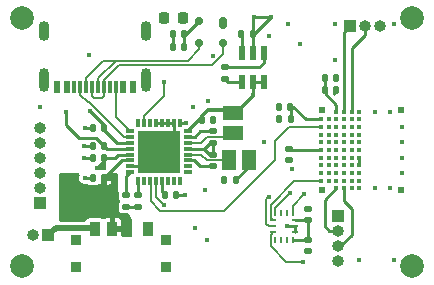
<source format=gbr>
%TF.GenerationSoftware,KiCad,Pcbnew,8.0.2-1*%
%TF.CreationDate,2024-05-30T11:00:14+09:00*%
%TF.ProjectId,eeg,6565672e-6b69-4636-9164-5f7063625858,rev?*%
%TF.SameCoordinates,Original*%
%TF.FileFunction,Copper,L6,Bot*%
%TF.FilePolarity,Positive*%
%FSLAX46Y46*%
G04 Gerber Fmt 4.6, Leading zero omitted, Abs format (unit mm)*
G04 Created by KiCad (PCBNEW 8.0.2-1) date 2024-05-30 11:00:14*
%MOMM*%
%LPD*%
G01*
G04 APERTURE LIST*
G04 Aperture macros list*
%AMRoundRect*
0 Rectangle with rounded corners*
0 $1 Rounding radius*
0 $2 $3 $4 $5 $6 $7 $8 $9 X,Y pos of 4 corners*
0 Add a 4 corners polygon primitive as box body*
4,1,4,$2,$3,$4,$5,$6,$7,$8,$9,$2,$3,0*
0 Add four circle primitives for the rounded corners*
1,1,$1+$1,$2,$3*
1,1,$1+$1,$4,$5*
1,1,$1+$1,$6,$7*
1,1,$1+$1,$8,$9*
0 Add four rect primitives between the rounded corners*
20,1,$1+$1,$2,$3,$4,$5,0*
20,1,$1+$1,$4,$5,$6,$7,0*
20,1,$1+$1,$6,$7,$8,$9,0*
20,1,$1+$1,$8,$9,$2,$3,0*%
G04 Aperture macros list end*
%TA.AperFunction,ComponentPad*%
%ADD10R,1.000000X1.000000*%
%TD*%
%TA.AperFunction,ComponentPad*%
%ADD11O,1.000000X1.000000*%
%TD*%
%TA.AperFunction,WasherPad*%
%ADD12C,2.000000*%
%TD*%
%TA.AperFunction,SMDPad,CuDef*%
%ADD13R,0.889000X1.244600*%
%TD*%
%TA.AperFunction,SMDPad,CuDef*%
%ADD14R,0.812800X0.939800*%
%TD*%
%TA.AperFunction,SMDPad,CuDef*%
%ADD15R,0.600000X0.600000*%
%TD*%
%TA.AperFunction,SMDPad,CuDef*%
%ADD16R,0.400000X0.400000*%
%TD*%
%TA.AperFunction,SMDPad,CuDef*%
%ADD17R,0.800000X0.300000*%
%TD*%
%TA.AperFunction,SMDPad,CuDef*%
%ADD18R,0.300000X0.800000*%
%TD*%
%TA.AperFunction,SMDPad,CuDef*%
%ADD19R,3.600000X3.600000*%
%TD*%
%TA.AperFunction,SMDPad,CuDef*%
%ADD20RoundRect,0.140000X-0.170000X0.140000X-0.170000X-0.140000X0.170000X-0.140000X0.170000X0.140000X0*%
%TD*%
%TA.AperFunction,SMDPad,CuDef*%
%ADD21RoundRect,0.140000X-0.140000X-0.170000X0.140000X-0.170000X0.140000X0.170000X-0.140000X0.170000X0*%
%TD*%
%TA.AperFunction,SMDPad,CuDef*%
%ADD22RoundRect,0.140000X0.140000X0.170000X-0.140000X0.170000X-0.140000X-0.170000X0.140000X-0.170000X0*%
%TD*%
%TA.AperFunction,SMDPad,CuDef*%
%ADD23RoundRect,0.140000X0.170000X-0.140000X0.170000X0.140000X-0.170000X0.140000X-0.170000X-0.140000X0*%
%TD*%
%TA.AperFunction,SMDPad,CuDef*%
%ADD24RoundRect,0.175000X0.175000X0.325000X-0.175000X0.325000X-0.175000X-0.325000X0.175000X-0.325000X0*%
%TD*%
%TA.AperFunction,SMDPad,CuDef*%
%ADD25RoundRect,0.150000X0.200000X0.150000X-0.200000X0.150000X-0.200000X-0.150000X0.200000X-0.150000X0*%
%TD*%
%TA.AperFunction,SMDPad,CuDef*%
%ADD26R,0.250000X0.475000*%
%TD*%
%TA.AperFunction,SMDPad,CuDef*%
%ADD27R,0.475000X0.250000*%
%TD*%
%TA.AperFunction,SMDPad,CuDef*%
%ADD28RoundRect,0.135000X-0.135000X-0.185000X0.135000X-0.185000X0.135000X0.185000X-0.135000X0.185000X0*%
%TD*%
%TA.AperFunction,SMDPad,CuDef*%
%ADD29RoundRect,0.218750X-0.218750X-0.256250X0.218750X-0.256250X0.218750X0.256250X-0.218750X0.256250X0*%
%TD*%
%TA.AperFunction,SMDPad,CuDef*%
%ADD30RoundRect,0.135000X0.185000X-0.135000X0.185000X0.135000X-0.185000X0.135000X-0.185000X-0.135000X0*%
%TD*%
%TA.AperFunction,SMDPad,CuDef*%
%ADD31R,1.200000X1.800000*%
%TD*%
%TA.AperFunction,SMDPad,CuDef*%
%ADD32R,0.600000X1.200000*%
%TD*%
%TA.AperFunction,SMDPad,CuDef*%
%ADD33R,1.800000X1.200000*%
%TD*%
%TA.AperFunction,SMDPad,CuDef*%
%ADD34R,0.600000X1.140000*%
%TD*%
%TA.AperFunction,SMDPad,CuDef*%
%ADD35R,0.300000X1.140000*%
%TD*%
%TA.AperFunction,ComponentPad*%
%ADD36O,0.900000X2.000000*%
%TD*%
%TA.AperFunction,ComponentPad*%
%ADD37O,0.900000X1.700000*%
%TD*%
%TA.AperFunction,ViaPad*%
%ADD38C,0.400000*%
%TD*%
%TA.AperFunction,ViaPad*%
%ADD39C,0.450000*%
%TD*%
%TA.AperFunction,Conductor*%
%ADD40C,0.250000*%
%TD*%
%TA.AperFunction,Conductor*%
%ADD41C,0.300000*%
%TD*%
%TA.AperFunction,Conductor*%
%ADD42C,0.150000*%
%TD*%
%TA.AperFunction,Conductor*%
%ADD43C,0.500000*%
%TD*%
G04 APERTURE END LIST*
D10*
%TO.P,J2,1,Pin_1*%
%TO.N,/DVDD*%
X160220000Y-106230000D03*
D11*
%TO.P,J2,2,Pin_2*%
%TO.N,/SWDIO*%
X160220000Y-107500000D03*
%TO.P,J2,3,Pin_3*%
%TO.N,/SWDCLK*%
X160220000Y-108770000D03*
%TO.P,J2,4,Pin_4*%
%TO.N,GND*%
X160220000Y-110040000D03*
%TD*%
D12*
%TO.P,EEG_Board1,*%
%TO.N,*%
X133500000Y-89500000D03*
X133500000Y-110500000D03*
X166500000Y-89500000D03*
X166500000Y-110500000D03*
%TD*%
D10*
%TO.P,J1,1,Pin_1*%
%TO.N,/UART_RX*%
X161265000Y-90160000D03*
D11*
%TO.P,J1,2,Pin_2*%
%TO.N,/UART_TX*%
X162535000Y-90160000D03*
%TO.P,J1,3,Pin_3*%
%TO.N,GND*%
X163805000Y-90160000D03*
%TD*%
D10*
%TO.P,J4,1,Pin_1*%
%TO.N,/ads1299/1P*%
X135000000Y-105175000D03*
D11*
%TO.P,J4,2,Pin_2*%
%TO.N,/ads1299/2P*%
X135000000Y-103905000D03*
%TO.P,J4,3,Pin_3*%
%TO.N,/ads1299/3P*%
X135000000Y-102635000D03*
%TO.P,J4,4,Pin_4*%
%TO.N,/ads1299/4P*%
X135000000Y-101365000D03*
%TO.P,J4,5,Pin_5*%
%TO.N,/ads1299/REF*%
X135000000Y-100095000D03*
%TO.P,J4,6,Pin_6*%
%TO.N,/ads1299/BIAS*%
X135000000Y-98825000D03*
%TD*%
D13*
%TO.P,SW1,1,A*%
%TO.N,unconnected-(SW1-A-Pad1)*%
X144146500Y-107324820D03*
%TO.P,SW1,2,B*%
%TO.N,/power/VBAT*%
X141149300Y-107324820D03*
%TO.P,SW1,3,C*%
%TO.N,Net-(BT1-+)*%
X139650700Y-107324820D03*
D14*
%TO.P,SW1,6*%
%TO.N,N/C*%
X145698440Y-108269700D03*
%TO.P,SW1,7*%
X138098760Y-108269700D03*
%TO.P,SW1,8*%
X145698440Y-110530300D03*
%TO.P,SW1,9*%
X138098760Y-110530300D03*
%TD*%
D15*
%TO.P,U1,A1,VSS*%
%TO.N,GND*%
X158890000Y-97300000D03*
D16*
%TO.P,U1,A2,VBUS*%
%TO.N,/nrf5340/VBUS_nrf*%
X158790000Y-98050000D03*
%TO.P,U1,A3,P1.03/I2C*%
%TO.N,/nrf5340/SCL*%
X158790000Y-98700000D03*
%TO.P,U1,A4,D+*%
%TO.N,/USB-C/DP1*%
X158790000Y-99350000D03*
%TO.P,U1,A5,D-*%
%TO.N,/USB-C/DN1*%
X158790000Y-100000000D03*
%TO.P,U1,A6,VDDH*%
%TO.N,/DVDD*%
X158790000Y-100649997D03*
%TO.P,U1,A7,DCCH*%
%TO.N,unconnected-(U1-DCCH-PadA7)*%
X158790000Y-101300000D03*
%TO.P,U1,A8,P0.02/NFC1*%
%TO.N,unconnected-(U1-P0.02{slash}NFC1-PadA8)*%
X158790000Y-101950000D03*
%TO.P,U1,A9,P0.03/NFC2*%
%TO.N,unconnected-(U1-P0.03{slash}NFC2-PadA9)*%
X158790000Y-102600000D03*
%TO.P,U1,A10,P0.10/TD1*%
%TO.N,/ads1299/MOSI*%
X158790000Y-103250000D03*
D15*
%TO.P,U1,A11,VSS*%
%TO.N,GND*%
X158890000Y-104000000D03*
D16*
%TO.P,U1,B2,P1.15*%
%TO.N,unconnected-(U1-P1.15-PadB2)*%
X159440000Y-98050000D03*
%TO.P,U1,B3,P0.06/AIN2*%
%TO.N,unconnected-(U1-P0.06{slash}AIN2-PadB3)*%
X159440000Y-98700000D03*
%TO.P,U1,B4,P0.04/AIN0*%
%TO.N,unconnected-(U1-P0.04{slash}AIN0-PadB4)*%
X159440000Y-99350000D03*
%TO.P,U1,B5,P1.01*%
%TO.N,unconnected-(U1-P1.01-PadB5)*%
X159440000Y-100000000D03*
%TO.P,U1,B6,P0.07/AIN3*%
%TO.N,unconnected-(U1-P0.07{slash}AIN3-PadB6)*%
X159440000Y-100650000D03*
%TO.P,U1,B7,P1.00*%
%TO.N,unconnected-(U1-P1.00-PadB7)*%
X159440000Y-101300000D03*
%TO.P,U1,B8,P0.05/AIN1*%
%TO.N,unconnected-(U1-P0.05{slash}AIN1-PadB8)*%
X159440000Y-101950000D03*
%TO.P,U1,B9,P0.08/TD3*%
%TO.N,/ads1299/START*%
X159440000Y-102600000D03*
%TO.P,U1,B10,P1.02/I2C*%
%TO.N,/nrf5340/SDA*%
X159440000Y-103250000D03*
%TO.P,U1,C1,VDD*%
%TO.N,/DVDD*%
X160090000Y-97400000D03*
%TO.P,U1,C2,P0.13/QSPI0*%
%TO.N,/ads1299/MISO*%
X160090000Y-98050000D03*
%TO.P,U1,C3,P0.19*%
%TO.N,unconnected-(U1-P0.19-PadC3)*%
X160090000Y-98700000D03*
%TO.P,U1,C4,P0.15/QSPI2*%
%TO.N,unconnected-(U1-P0.15{slash}QSPI2-PadC4)*%
X160090000Y-99350000D03*
%TO.P,U1,C5,P0.14/QSPI1*%
%TO.N,/ads1299/SCK*%
X160090000Y-100000000D03*
%TO.P,U1,C6,P0.16*%
%TO.N,unconnected-(U1-P0.16-PadC6)*%
X160090000Y-100650000D03*
%TO.P,U1,C7,P0.09/TD2*%
%TO.N,unconnected-(U1-P0.09{slash}TD2-PadC7)*%
X160090000Y-101300000D03*
%TO.P,U1,C8,P0.11/TDO*%
%TO.N,unconnected-(U1-P0.11{slash}TDO-PadC8)*%
X160090000Y-101950000D03*
%TO.P,U1,C9,P0.17/QSPI_CLK*%
%TO.N,unconnected-(U1-P0.17{slash}QSPI_CLK-PadC9)*%
X160090000Y-102600000D03*
%TO.P,U1,C10,P1.05*%
%TO.N,unconnected-(U1-P1.05-PadC10)*%
X160090000Y-103250000D03*
%TO.P,U1,C11,SWDIO*%
%TO.N,/SWDIO*%
X160090000Y-103900000D03*
%TO.P,U1,D1,P1.13*%
%TO.N,/UART_RX*%
X160740000Y-97400000D03*
%TO.P,U1,D2,P0.12/TC*%
%TO.N,unconnected-(U1-P0.12{slash}TC-PadD2)*%
X160740000Y-98050000D03*
%TO.P,U1,D3,P0.21*%
%TO.N,unconnected-(U1-P0.21-PadD3)*%
X160740000Y-98700000D03*
%TO.P,U1,D4,P0.18/QSPI_CS*%
%TO.N,/nrf5340/BMI270_CS*%
X160740000Y-99350000D03*
%TO.P,U1,D5,P0.22*%
%TO.N,unconnected-(U1-P0.22-PadD5)*%
X160740000Y-100000000D03*
%TO.P,U1,D6,P0.20*%
%TO.N,unconnected-(U1-P0.20-PadD6)*%
X160740000Y-100650000D03*
%TO.P,U1,D7,P1.08*%
%TO.N,/ads1299/~{ADS1299_CS}*%
X160740000Y-101300000D03*
%TO.P,U1,D8,P1.09*%
%TO.N,unconnected-(U1-P1.09-PadD8)*%
X160740000Y-101950000D03*
%TO.P,U1,D9,P1.04*%
%TO.N,unconnected-(U1-P1.04-PadD9)*%
X160740000Y-102600000D03*
%TO.P,U1,D10,P0.24*%
%TO.N,unconnected-(U1-P0.24-PadD10)*%
X160740000Y-103250000D03*
%TO.P,U1,D11,SWDCLK*%
%TO.N,/SWDCLK*%
X160740000Y-103900000D03*
%TO.P,U1,E1,P1.14*%
%TO.N,/UART_TX*%
X161390000Y-97400000D03*
%TO.P,U1,E2,P0.30*%
%TO.N,unconnected-(U1-P0.30-PadE2)*%
X161390000Y-98050000D03*
%TO.P,U1,E3,P0.31*%
%TO.N,/ads1299/~{DRDY}*%
X161390000Y-98700000D03*
%TO.P,U1,E4,P1.12*%
%TO.N,unconnected-(U1-P1.12-PadE4)*%
X161390000Y-99350000D03*
%TO.P,U1,E5,P1.11*%
%TO.N,unconnected-(U1-P1.11-PadE5)*%
X161390000Y-100000000D03*
%TO.P,U1,E6,P0.28/AIN7*%
%TO.N,unconnected-(U1-P0.28{slash}AIN7-PadE6)*%
X161390000Y-100650000D03*
%TO.P,U1,E7,VSS*%
%TO.N,GND*%
X161390000Y-101300000D03*
%TO.P,U1,E8,P0.29*%
%TO.N,unconnected-(U1-P0.29-PadE8)*%
X161390000Y-101950000D03*
%TO.P,U1,E9,P0.27/AIN6*%
%TO.N,unconnected-(U1-P0.27{slash}AIN6-PadE9)*%
X161390000Y-102600000D03*
%TO.P,U1,E10,P0.26/AIN5*%
%TO.N,unconnected-(U1-P0.26{slash}AIN5-PadE10)*%
X161390000Y-103250000D03*
%TO.P,U1,E11,~{RST}*%
%TO.N,unconnected-(U1-~{RST}-PadE11)*%
X161390000Y-103900000D03*
%TO.P,U1,F1,VSS*%
%TO.N,GND*%
X162040000Y-97400000D03*
%TO.P,U1,F2,P1.06*%
%TO.N,unconnected-(U1-P1.06-PadF2)*%
X162040000Y-98050000D03*
%TO.P,U1,F3,P0.23*%
%TO.N,/BMI270_INT1*%
X162040000Y-98700000D03*
%TO.P,U1,F4,P1.07*%
%TO.N,unconnected-(U1-P1.07-PadF4)*%
X162040000Y-99350000D03*
%TO.P,U1,F5,P1.10*%
%TO.N,unconnected-(U1-P1.10-PadF5)*%
X162040000Y-100000000D03*
%TO.P,U1,F6,VSS*%
%TO.N,GND*%
X162040000Y-100650000D03*
%TO.P,U1,F7,OUT_ANT*%
%TO.N,/nrf5340/ANT*%
X162040000Y-101300000D03*
%TO.P,U1,F8,OUT_MOD*%
X162040000Y-101950000D03*
%TO.P,U1,F9,VSS*%
%TO.N,GND*%
X162040000Y-102600000D03*
%TO.P,U1,F10,P0.25/AIN4*%
%TO.N,unconnected-(U1-P0.25{slash}AIN4-PadF10)*%
X162040000Y-103250000D03*
%TO.P,U1,F11,VSS*%
%TO.N,GND*%
X162040000Y-103900000D03*
%TO.P,U1,H1,NC*%
%TO.N,unconnected-(U1-NC-PadH1)*%
X163340000Y-97400000D03*
%TO.P,U1,H11,NC*%
%TO.N,unconnected-(U1-NC-PadH11)*%
X163340000Y-103900000D03*
%TO.P,U1,K1,NC*%
%TO.N,unconnected-(U1-NC-PadK1)*%
X164640000Y-97400000D03*
%TO.P,U1,K11,NC*%
%TO.N,unconnected-(U1-NC-PadK11)*%
X164640000Y-103900000D03*
D15*
%TO.P,U1,L1,NC*%
%TO.N,unconnected-(U1-NC-PadL1)*%
X165590000Y-97300000D03*
D16*
%TO.P,U1,L3,NC*%
%TO.N,unconnected-(U1-NC-PadL3)*%
X165690000Y-98700000D03*
%TO.P,U1,L5,NC*%
%TO.N,unconnected-(U1-NC-PadL5)*%
X165690000Y-100000000D03*
%TO.P,U1,L7,NC*%
%TO.N,unconnected-(U1-NC-PadL7)*%
X165690000Y-101300000D03*
%TO.P,U1,L9,NC*%
%TO.N,unconnected-(U1-NC-PadL9)*%
X165690000Y-102600000D03*
D15*
%TO.P,U1,L11,NC*%
%TO.N,unconnected-(U1-NC-PadL11)*%
X165590000Y-104000000D03*
%TD*%
D17*
%TO.P,IC1,1,VOUT1*%
%TO.N,/AVDD*%
X147530000Y-99030000D03*
%TO.P,IC1,2,PVSS1*%
%TO.N,GND*%
X147530000Y-99530000D03*
%TO.P,IC1,3,SW1*%
%TO.N,/power/SW1*%
X147530000Y-100030000D03*
%TO.P,IC1,4,PVDD*%
%TO.N,/power/PVDD*%
X147530000Y-100530000D03*
%TO.P,IC1,5,SW2*%
%TO.N,/power/SW2*%
X147530000Y-101030000D03*
%TO.P,IC1,6,PVSS2*%
%TO.N,GND*%
X147530000Y-101530000D03*
%TO.P,IC1,7,GPIO0*%
%TO.N,unconnected-(IC1-GPIO0-Pad7)*%
X147530000Y-102030000D03*
%TO.P,IC1,8,GPIO1*%
%TO.N,unconnected-(IC1-GPIO1-Pad8)*%
X147530000Y-102530000D03*
D18*
%TO.P,IC1,9,GPIO2*%
%TO.N,unconnected-(IC1-GPIO2-Pad9)*%
X146830000Y-103230000D03*
%TO.P,IC1,10,GPIO3*%
%TO.N,unconnected-(IC1-GPIO3-Pad10)*%
X146330000Y-103230000D03*
%TO.P,IC1,11,GPIO4*%
%TO.N,unconnected-(IC1-GPIO4-Pad11)*%
X145830000Y-103230000D03*
%TO.P,IC1,12,VDDIO*%
%TO.N,/DVDD*%
X145330000Y-103230000D03*
%TO.P,IC1,13,SDA*%
%TO.N,/nrf5340/SDA*%
X144830000Y-103230000D03*
%TO.P,IC1,14,SCL*%
%TO.N,/nrf5340/SCL*%
X144330000Y-103230000D03*
%TO.P,IC1,15,SHPHLD*%
%TO.N,unconnected-(IC1-SHPHLD-Pad15)*%
X143830000Y-103230000D03*
%TO.P,IC1,16,VSET2*%
%TO.N,Net-(IC1-VSET2)*%
X143330000Y-103230000D03*
D17*
%TO.P,IC1,17,VSET1*%
%TO.N,Net-(IC1-VSET1)*%
X142630000Y-102530000D03*
%TO.P,IC1,18,NTC*%
%TO.N,GND*%
X142630000Y-102030000D03*
%TO.P,IC1,19,VBAT*%
%TO.N,/power/VBAT*%
X142630000Y-101530000D03*
%TO.P,IC1,20,VSYS*%
%TO.N,/power/PVDD*%
X142630000Y-101030000D03*
%TO.P,IC1,21,VBUS*%
%TO.N,/USB-C/VBUS_IN*%
X142630000Y-100530000D03*
%TO.P,IC1,22,VBUSOUT*%
%TO.N,/nrf5340/VBUS_OUT*%
X142630000Y-100030000D03*
%TO.P,IC1,23,CC1*%
%TO.N,/USB-C/CC1*%
X142630000Y-99530000D03*
%TO.P,IC1,24,CC2*%
%TO.N,/USB-C/CC2*%
X142630000Y-99030000D03*
D18*
%TO.P,IC1,25,LED0*%
%TO.N,unconnected-(IC1-LED0-Pad25)*%
X143330000Y-98330000D03*
%TO.P,IC1,26,LED1*%
%TO.N,/power/CHG*%
X143830000Y-98330000D03*
%TO.P,IC1,27,LED2*%
%TO.N,unconnected-(IC1-LED2-Pad27)*%
X144330000Y-98330000D03*
%TO.P,IC1,28,LSIN1/VINLDO1*%
%TO.N,GND*%
X144830000Y-98330000D03*
%TO.P,IC1,29,LSOUT1/VOUTLDO1*%
X145330000Y-98330000D03*
%TO.P,IC1,30,LSIN2/VINLDO2*%
X145830000Y-98330000D03*
%TO.P,IC1,31,LSOUT2/VOUTLDO2*%
X146330000Y-98330000D03*
%TO.P,IC1,32,VOUT2*%
%TO.N,/DVDD*%
X146830000Y-98330000D03*
D19*
%TO.P,IC1,33,PAD*%
%TO.N,GND*%
X145080000Y-100780000D03*
%TD*%
D20*
%TO.P,C2,1*%
%TO.N,/DVDD*%
X156100000Y-100520000D03*
%TO.P,C2,2*%
%TO.N,GND*%
X156100000Y-101480000D03*
%TD*%
D21*
%TO.P,C14,1*%
%TO.N,GND*%
X146240000Y-91920000D03*
%TO.P,C14,2*%
%TO.N,/USB-C/VBUS_IN*%
X147200000Y-91920000D03*
%TD*%
%TO.P,C19,1*%
%TO.N,GND*%
X152065000Y-90840000D03*
%TO.P,C19,2*%
%TO.N,VSSA*%
X153025000Y-90840000D03*
%TD*%
D22*
%TO.P,C8,1*%
%TO.N,/USB-C/VBUS_IN*%
X140440000Y-100300000D03*
%TO.P,C8,2*%
%TO.N,GND*%
X139480000Y-100300000D03*
%TD*%
D21*
%TO.P,C7,1*%
%TO.N,/DVDD*%
X145600000Y-104440000D03*
%TO.P,C7,2*%
%TO.N,GND*%
X146560000Y-104440000D03*
%TD*%
D23*
%TO.P,C17,1*%
%TO.N,GND*%
X149620000Y-102000000D03*
%TO.P,C17,2*%
%TO.N,/power/PVDD*%
X149620000Y-101040000D03*
%TD*%
D24*
%TO.P,D2,1,GND*%
%TO.N,GND*%
X150500000Y-89900000D03*
D25*
%TO.P,D2,2,I/O1*%
%TO.N,/USB-C/DP1*%
X150500000Y-91600000D03*
%TO.P,D2,3,I/O2*%
%TO.N,/USB-C/DN1*%
X148500000Y-91600000D03*
%TO.P,D2,4,VCC*%
%TO.N,/USB-C/VBUS_IN*%
X148500000Y-89700000D03*
%TD*%
D26*
%TO.P,U2,1,SDO*%
%TO.N,/ads1299/MISO*%
X154937500Y-105937500D03*
%TO.P,U2,2,ASDX*%
%TO.N,unconnected-(U2-ASDX-Pad2)*%
X155437500Y-105937500D03*
%TO.P,U2,3,ASCX*%
%TO.N,unconnected-(U2-ASCX-Pad3)*%
X155937500Y-105937500D03*
%TO.P,U2,4,INT1*%
%TO.N,/BMI270_INT1*%
X156437500Y-105937500D03*
D27*
%TO.P,U2,5,VDDIO*%
%TO.N,/DVDD*%
X156600000Y-106600000D03*
%TO.P,U2,6,GNDIO*%
%TO.N,GND*%
X156600000Y-107100000D03*
%TO.P,U2,7,GND*%
X156600000Y-107600000D03*
D26*
%TO.P,U2,8,VDD*%
%TO.N,/DVDD*%
X156437500Y-108262500D03*
%TO.P,U2,9,INT2*%
%TO.N,unconnected-(U2-INT2-Pad9)*%
X155937500Y-108262500D03*
%TO.P,U2,10,OSCB*%
%TO.N,unconnected-(U2-OSCB-Pad10)*%
X155437500Y-108262500D03*
%TO.P,U2,11,OSDO*%
%TO.N,unconnected-(U2-OSDO-Pad11)*%
X154937500Y-108262500D03*
D27*
%TO.P,U2,12,CSB*%
%TO.N,/nrf5340/BMI270_CS*%
X154775000Y-107600000D03*
%TO.P,U2,13,SCX*%
%TO.N,/ads1299/SCK*%
X154775000Y-107100000D03*
%TO.P,U2,14,SDX*%
%TO.N,/ads1299/MOSI*%
X154775000Y-106600000D03*
%TD*%
D28*
%TO.P,R1,1*%
%TO.N,/nrf5340/VBUS_OUT*%
X155220000Y-98050000D03*
%TO.P,R1,2*%
%TO.N,/nrf5340/VBUS_nrf*%
X156240000Y-98050000D03*
%TD*%
D29*
%TO.P,D1,1,K*%
%TO.N,/power/CHG*%
X145525000Y-89500000D03*
%TO.P,D1,2,A*%
%TO.N,/power/PVDD*%
X147100000Y-89500000D03*
%TD*%
D21*
%TO.P,C5,1*%
%TO.N,/DVDD*%
X159100000Y-94530000D03*
%TO.P,C5,2*%
%TO.N,GND*%
X160060000Y-94530000D03*
%TD*%
D22*
%TO.P,C11,1*%
%TO.N,GND*%
X149650000Y-98070000D03*
%TO.P,C11,2*%
%TO.N,/AVDD*%
X148690000Y-98070000D03*
%TD*%
%TO.P,C10,1*%
%TO.N,/nrf5340/VBUS_OUT*%
X140439996Y-98790000D03*
%TO.P,C10,2*%
%TO.N,GND*%
X139479996Y-98790000D03*
%TD*%
D21*
%TO.P,C16,1*%
%TO.N,GND*%
X146240000Y-90820000D03*
%TO.P,C16,2*%
%TO.N,/USB-C/VBUS_IN*%
X147200000Y-90820000D03*
%TD*%
D20*
%TO.P,C4,1*%
%TO.N,/DVDD*%
X157737500Y-108262500D03*
%TO.P,C4,2*%
%TO.N,GND*%
X157737500Y-109222500D03*
%TD*%
D30*
%TO.P,R2,1*%
%TO.N,GND*%
X142280000Y-105440000D03*
%TO.P,R2,2*%
%TO.N,Net-(IC1-VSET1)*%
X142280000Y-104420000D03*
%TD*%
D20*
%TO.P,C15,1*%
%TO.N,GND*%
X149620000Y-99060000D03*
%TO.P,C15,2*%
%TO.N,/power/PVDD*%
X149620000Y-100020000D03*
%TD*%
D31*
%TO.P,L2,1*%
%TO.N,/power/SW2*%
X151040000Y-101520000D03*
%TO.P,L2,2*%
%TO.N,/DVDD*%
X152740000Y-101520000D03*
%TD*%
D21*
%TO.P,C18,1*%
%TO.N,GND*%
X139480000Y-101350000D03*
%TO.P,C18,2*%
%TO.N,/power/PVDD*%
X140440000Y-101350000D03*
%TD*%
D10*
%TO.P,BT1,1,+*%
%TO.N,Net-(BT1-+)*%
X135720000Y-107870000D03*
D11*
%TO.P,BT1,2,-*%
%TO.N,GND*%
X134450000Y-107870000D03*
%TD*%
D32*
%TO.P,IC2,1,GND*%
%TO.N,GND*%
X152075000Y-92400000D03*
%TO.P,IC2,2,OUT*%
%TO.N,VSSA*%
X153025000Y-92400000D03*
%TO.P,IC2,3,CAP-*%
%TO.N,Net-(IC2-CAP-)*%
X153975000Y-92400000D03*
%TO.P,IC2,4,SD*%
%TO.N,/AVDD*%
X153975000Y-94900000D03*
%TO.P,IC2,5,V+*%
X153025000Y-94900000D03*
%TO.P,IC2,6,CAP+*%
%TO.N,Net-(IC2-CAP+)*%
X152075000Y-94900000D03*
%TD*%
D33*
%TO.P,L1,1*%
%TO.N,/power/SW1*%
X151340000Y-99240000D03*
%TO.P,L1,2*%
%TO.N,/AVDD*%
X151340000Y-97540000D03*
%TD*%
D30*
%TO.P,R3,1*%
%TO.N,GND*%
X143330000Y-105440000D03*
%TO.P,R3,2*%
%TO.N,Net-(IC1-VSET2)*%
X143330000Y-104420000D03*
%TD*%
D34*
%TO.P,J3,A1_B12,GND*%
%TO.N,GND*%
X136475000Y-95330000D03*
%TO.P,J3,A4_B9,VBUS*%
%TO.N,/USB-C/VBUS_IN*%
X137275000Y-95330000D03*
D35*
%TO.P,J3,A5,CC1*%
%TO.N,/USB-C/CC1*%
X138425000Y-95330000D03*
%TO.P,J3,A6,DP1*%
%TO.N,/USB-C/DP1*%
X139425000Y-95330000D03*
%TO.P,J3,A7,DN1*%
%TO.N,/USB-C/DN1*%
X139925000Y-95330000D03*
%TO.P,J3,A8,SBU1*%
%TO.N,unconnected-(J3-SBU1-PadA8)*%
X140925000Y-95330000D03*
D34*
%TO.P,J3,B1_A12,GND*%
%TO.N,GND*%
X142875000Y-95330000D03*
%TO.P,J3,B4_A9,VBUS*%
%TO.N,/USB-C/VBUS_IN*%
X142075000Y-95330000D03*
D35*
%TO.P,J3,B5,CC2*%
%TO.N,/USB-C/CC2*%
X141425000Y-95330000D03*
%TO.P,J3,B6,DP2*%
%TO.N,/USB-C/DP1*%
X140425000Y-95330000D03*
%TO.P,J3,B7,DN2*%
%TO.N,/USB-C/DN1*%
X138925000Y-95330000D03*
%TO.P,J3,B8,SBU2*%
%TO.N,unconnected-(J3-SBU2-PadB8)*%
X137925000Y-95330000D03*
D36*
%TO.P,J3,S1,SHIELD*%
%TO.N,unconnected-(J3-SHIELD-PadS1)_0*%
X135350000Y-94750000D03*
%TO.P,J3,S2,SHIELD*%
%TO.N,unconnected-(J3-SHIELD-PadS1)_2*%
X144000000Y-94750000D03*
D37*
%TO.P,J3,S3,SHIELD*%
%TO.N,unconnected-(J3-SHIELD-PadS1)*%
X135350000Y-90580000D03*
%TO.P,J3,S4,SHIELD*%
%TO.N,unconnected-(J3-SHIELD-PadS1)_1*%
X144000000Y-90580000D03*
%TD*%
D23*
%TO.P,C13,1*%
%TO.N,Net-(IC2-CAP+)*%
X150635000Y-94610000D03*
%TO.P,C13,2*%
%TO.N,Net-(IC2-CAP-)*%
X150635000Y-93650000D03*
%TD*%
D22*
%TO.P,C3,1*%
%TO.N,/nrf5340/VBUS_nrf*%
X156210000Y-96990000D03*
%TO.P,C3,2*%
%TO.N,GND*%
X155250000Y-96990000D03*
%TD*%
%TO.P,C1,1*%
%TO.N,GND*%
X160060000Y-95570000D03*
%TO.P,C1,2*%
%TO.N,/DVDD*%
X159100000Y-95570000D03*
%TD*%
D23*
%TO.P,C6,1*%
%TO.N,/DVDD*%
X157737500Y-106602500D03*
%TO.P,C6,2*%
%TO.N,GND*%
X157737500Y-105642500D03*
%TD*%
D21*
%TO.P,C12,1*%
%TO.N,GND*%
X150620000Y-103200000D03*
%TO.P,C12,2*%
%TO.N,/DVDD*%
X151580000Y-103200000D03*
%TD*%
%TO.P,C9,1*%
%TO.N,GND*%
X139500000Y-103020000D03*
%TO.P,C9,2*%
%TO.N,/power/VBAT*%
X140460000Y-103020000D03*
%TD*%
D38*
%TO.N,VSSA*%
X153100000Y-89400000D03*
X154600000Y-89400000D03*
X153031075Y-90834648D03*
%TO.N,/DVDD*%
X152740000Y-101520000D03*
X147379996Y-98330000D03*
X157050000Y-91670000D03*
X159100000Y-94530000D03*
X145600000Y-104440000D03*
X156100000Y-100520000D03*
X157737500Y-108262500D03*
X157737500Y-106602500D03*
X156320000Y-102250000D03*
%TO.N,/USB-C/VBUS_IN*%
X137250000Y-97440000D03*
X142075000Y-95330000D03*
X147200000Y-91920000D03*
X137275000Y-95330000D03*
%TO.N,/nrf5340/VBUS_OUT*%
X139285774Y-97345000D03*
X155220000Y-98050000D03*
%TO.N,/AVDD*%
X153030000Y-96020000D03*
X149150000Y-108280000D03*
D39*
X149620000Y-92670000D03*
D38*
X151340000Y-97540000D03*
X154420000Y-91000000D03*
X139190000Y-92610000D03*
X148120000Y-107260000D03*
%TO.N,/power/CHG*%
X145525000Y-89500000D03*
X145520000Y-94890000D03*
%TO.N,/nrf5340/SDA*%
X145500000Y-105300000D03*
X159440000Y-103250000D03*
%TO.N,/power/PVDD*%
X149610000Y-101040000D03*
X149620000Y-100020000D03*
X147100000Y-89500000D03*
X149220000Y-96500000D03*
X139800000Y-102190000D03*
X140430000Y-102190000D03*
%TO.N,GND*%
X148000000Y-97000000D03*
X160000000Y-90000000D03*
X135000000Y-97000000D03*
X156000000Y-90000000D03*
X154000000Y-100000000D03*
X160000000Y-93000000D03*
X165000000Y-90000000D03*
X149000000Y-104000000D03*
X162000000Y-110000000D03*
X165000000Y-110000000D03*
X155950000Y-107100000D03*
X138770000Y-100300000D03*
X147270000Y-104440000D03*
X149610000Y-102000000D03*
X149620000Y-99060000D03*
X157737500Y-105642500D03*
X138810000Y-103020000D03*
X162040000Y-97400000D03*
X145080000Y-100780000D03*
X146330000Y-99530000D03*
X162040000Y-103900000D03*
X136475000Y-95330000D03*
X161390000Y-101300000D03*
X158890000Y-97300000D03*
X146240000Y-91920000D03*
X150620000Y-103200000D03*
X157737500Y-109222500D03*
X143330000Y-105440000D03*
X143820000Y-99530000D03*
X149650000Y-98070000D03*
X143820000Y-100780000D03*
X143820000Y-102040000D03*
X142875000Y-95330000D03*
X156100000Y-101480000D03*
X146330000Y-102040000D03*
X158890000Y-104000000D03*
X152065000Y-90840000D03*
X150500000Y-89900000D03*
X145080000Y-102040000D03*
X162040000Y-102600000D03*
X145080000Y-99530000D03*
X138800000Y-98800000D03*
X138770000Y-101340000D03*
X160060000Y-95570000D03*
X162040000Y-100650000D03*
X155250000Y-96990000D03*
X160060000Y-94530000D03*
X146330000Y-100780000D03*
%TO.N,/nrf5340/BMI270_CS*%
X157300000Y-110100000D03*
X160740000Y-99350000D03*
%TO.N,/ads1299/SCK*%
X154405823Y-104600498D03*
X160090000Y-100000000D03*
%TO.N,/ads1299/MISO*%
X160090000Y-98060000D03*
X156147102Y-104324650D03*
%TO.N,/ads1299/~{DRDY}*%
X161390000Y-98700000D03*
%TO.N,/ads1299/MOSI*%
X158790000Y-103250000D03*
%TO.N,/ads1299/~{ADS1299_CS}*%
X160740000Y-101300000D03*
%TO.N,/ads1299/START*%
X159440000Y-102600000D03*
%TO.N,/USB-C/DP1*%
X150500000Y-91600000D03*
X158790000Y-99350000D03*
%TO.N,/USB-C/DN1*%
X158790000Y-100000000D03*
X148500000Y-91600000D03*
%TO.N,/BMI270_INT1*%
X162040000Y-98700000D03*
X157400000Y-104400000D03*
%TD*%
D40*
%TO.N,VSSA*%
X153031075Y-90834648D02*
X153165352Y-90834648D01*
X153031075Y-90834648D02*
X153031075Y-89468925D01*
X153025000Y-92400000D02*
X153025000Y-90840723D01*
X153165352Y-90834648D02*
X154600000Y-89400000D01*
X153031075Y-89468925D02*
X153100000Y-89400000D01*
X153100000Y-89400000D02*
X154600000Y-89400000D01*
X153025000Y-90840723D02*
X153031075Y-90834648D01*
%TO.N,Net-(IC2-CAP-)*%
X153975000Y-93250000D02*
X153575000Y-93650000D01*
X153575000Y-93650000D02*
X150635000Y-93650000D01*
X153975000Y-92400000D02*
X153975000Y-93250000D01*
%TO.N,Net-(IC2-CAP+)*%
X150925000Y-94900000D02*
X150635000Y-94610000D01*
X152075000Y-94900000D02*
X150925000Y-94900000D01*
%TO.N,/power/VBAT*%
X140460000Y-103000000D02*
X141930000Y-101530000D01*
X141930000Y-101530000D02*
X142630000Y-101530000D01*
X140460000Y-103020000D02*
X140460000Y-103000000D01*
%TO.N,/DVDD*%
X157737500Y-106602500D02*
X156602500Y-106602500D01*
X159100000Y-95570000D02*
X159100000Y-95830000D01*
X160090000Y-96820000D02*
X160090000Y-97230000D01*
X145330000Y-104170000D02*
X145330000Y-103230000D01*
X152740000Y-102040000D02*
X151580000Y-103200000D01*
X160090000Y-97230000D02*
X160090000Y-97400000D01*
X156602500Y-106602500D02*
X156600000Y-106600000D01*
X156100000Y-100520000D02*
X156229997Y-100649997D01*
X157737500Y-108262500D02*
X156437500Y-108262500D01*
X152740000Y-101520000D02*
X152740000Y-102040000D01*
X147379996Y-98330000D02*
X146830000Y-98330000D01*
X157737500Y-108262500D02*
X157737500Y-106602500D01*
X159100000Y-95830000D02*
X160090000Y-96820000D01*
X159100000Y-94530000D02*
X159100000Y-95570000D01*
X145600000Y-104440000D02*
X145330000Y-104170000D01*
X156229997Y-100649997D02*
X158790000Y-100649997D01*
%TO.N,/USB-C/VBUS_IN*%
X140440000Y-100288510D02*
X140440000Y-100300000D01*
X147380000Y-90820000D02*
X148500000Y-89700000D01*
X137250000Y-98550000D02*
X138300000Y-99600000D01*
X138300000Y-99600000D02*
X139751490Y-99600000D01*
X140670000Y-100530000D02*
X140440000Y-100300000D01*
X137250000Y-97440000D02*
X137250000Y-98550000D01*
X147200000Y-90820000D02*
X147380000Y-90820000D01*
X142630000Y-100530000D02*
X140670000Y-100530000D01*
X147200000Y-91920000D02*
X147200000Y-90820000D01*
X139751490Y-99600000D02*
X140440000Y-100288510D01*
%TO.N,/nrf5340/VBUS_OUT*%
X141519996Y-100030000D02*
X140439996Y-98950000D01*
X140439996Y-98950000D02*
X140439996Y-98790000D01*
X142630000Y-100030000D02*
X141519996Y-100030000D01*
X140439996Y-98790000D02*
X140439996Y-98499222D01*
X140439996Y-98499222D02*
X139285774Y-97345000D01*
%TO.N,/nrf5340/VBUS_nrf*%
X156240000Y-98050000D02*
X156240000Y-97020000D01*
X156240000Y-97020000D02*
X156210000Y-96990000D01*
X156210000Y-96990000D02*
X156440000Y-96990000D01*
X156440000Y-96990000D02*
X157500000Y-98050000D01*
X157500000Y-98050000D02*
X158790000Y-98050000D01*
%TO.N,/AVDD*%
X153025000Y-94900000D02*
X153975000Y-94900000D01*
X153030000Y-96020000D02*
X153030000Y-94905000D01*
D41*
X148690000Y-97760001D02*
X149220001Y-97230000D01*
D40*
X151340000Y-97540000D02*
X151510000Y-97540000D01*
D41*
X148690000Y-98070000D02*
X148690000Y-97760001D01*
D40*
X153030000Y-94905000D02*
X153025000Y-94900000D01*
D41*
X148690000Y-98070000D02*
X148490000Y-98070000D01*
X148490000Y-98070000D02*
X147530000Y-99030000D01*
X149220001Y-97230000D02*
X151030000Y-97230000D01*
X151030000Y-97230000D02*
X151340000Y-97540000D01*
D40*
X151510000Y-97540000D02*
X153030000Y-96020000D01*
D42*
%TO.N,/power/CHG*%
X145520000Y-94890000D02*
X145520000Y-96040000D01*
X145520000Y-96040000D02*
X143830000Y-97730000D01*
X143830000Y-97730000D02*
X143830000Y-98330000D01*
D40*
%TO.N,Net-(IC1-VSET1)*%
X142280000Y-104420000D02*
X142280000Y-102880000D01*
X142280000Y-102880000D02*
X142630000Y-102530000D01*
D42*
%TO.N,/nrf5340/SCL*%
X154900000Y-101500000D02*
X150625000Y-105775000D01*
X150625000Y-105775000D02*
X145175000Y-105775000D01*
X156100000Y-98700000D02*
X154900000Y-99900000D01*
X145175000Y-105775000D02*
X144405000Y-105005000D01*
X154900000Y-99900000D02*
X154900000Y-101500000D01*
X144405000Y-103305000D02*
X144330000Y-103230000D01*
X158790000Y-98700000D02*
X156100000Y-98700000D01*
X144405000Y-105005000D02*
X144405000Y-103305000D01*
%TO.N,/power/SW1*%
X149170000Y-99540000D02*
X151040000Y-99540000D01*
X151040000Y-99540000D02*
X151340000Y-99240000D01*
X147530000Y-100030000D02*
X148680000Y-100030000D01*
X148680000Y-100030000D02*
X149170000Y-99540000D01*
%TO.N,/nrf5340/SDA*%
X144830000Y-104630000D02*
X145500000Y-105300000D01*
X144830000Y-103230000D02*
X144830000Y-104630000D01*
D40*
%TO.N,/power/PVDD*%
X140440000Y-101350000D02*
X140440000Y-101550000D01*
X149620000Y-100020000D02*
X149620000Y-101030000D01*
X140440000Y-102180000D02*
X140430000Y-102190000D01*
X140440000Y-101350000D02*
X140440000Y-102180000D01*
X149610000Y-100030000D02*
X149620000Y-100020000D01*
X149440000Y-101040000D02*
X148930000Y-100530000D01*
X148930000Y-100530000D02*
X148925000Y-100535000D01*
X140440000Y-101550000D02*
X139800000Y-102190000D01*
X148672537Y-100535000D02*
X148667537Y-100530000D01*
X141320000Y-101350000D02*
X141640000Y-101030000D01*
X141640000Y-101030000D02*
X142630000Y-101030000D01*
X141320000Y-101350000D02*
X140440000Y-101350000D01*
X149440000Y-100020000D02*
X148930000Y-100530000D01*
X149620000Y-100020000D02*
X149440000Y-100020000D01*
X149620000Y-101030000D02*
X149610000Y-101040000D01*
X140430000Y-102190000D02*
X139800000Y-102190000D01*
X148925000Y-100535000D02*
X148672537Y-100535000D01*
X149610000Y-101040000D02*
X149440000Y-101040000D01*
X148667537Y-100530000D02*
X147530000Y-100530000D01*
%TO.N,/UART_TX*%
X162535000Y-90867106D02*
X161390000Y-92012106D01*
X161390000Y-92012106D02*
X161390000Y-97400000D01*
X162535000Y-90160000D02*
X162535000Y-90867106D01*
%TO.N,/nrf5340/ANT*%
X162040000Y-101950000D02*
X162040000Y-101300000D01*
%TO.N,GND*%
X139480000Y-100300000D02*
X138770000Y-100300000D01*
X143330000Y-105440000D02*
X142280000Y-105440000D01*
X156600000Y-107100000D02*
X156600000Y-107600000D01*
X149610000Y-102000000D02*
X148520000Y-102000000D01*
X139500000Y-103020000D02*
X138810000Y-103020000D01*
X142630000Y-102030000D02*
X143810000Y-102030000D01*
X138800000Y-98800000D02*
X139469996Y-98800000D01*
X148050000Y-101530000D02*
X147530000Y-101530000D01*
X143810000Y-102030000D02*
X143820000Y-102040000D01*
X156600000Y-107100000D02*
X155950000Y-107100000D01*
X149620000Y-99060000D02*
X148600000Y-99060000D01*
X148600000Y-99060000D02*
X148130000Y-99530000D01*
X138780000Y-101350000D02*
X138770000Y-101340000D01*
X139469996Y-98800000D02*
X139479996Y-98790000D01*
X146560000Y-104440000D02*
X147270000Y-104440000D01*
X148520000Y-102000000D02*
X148050000Y-101530000D01*
X159930000Y-95860000D02*
X159940000Y-95870000D01*
X155950000Y-107100000D02*
X155947500Y-107102500D01*
X152075000Y-92400000D02*
X152075000Y-90850000D01*
X148130000Y-99530000D02*
X147530000Y-99530000D01*
X152075000Y-90850000D02*
X152065000Y-90840000D01*
X144830000Y-98330000D02*
X146330000Y-98330000D01*
X146330000Y-98330000D02*
X146330000Y-99530000D01*
X139480000Y-101350000D02*
X138780000Y-101350000D01*
X146240000Y-90820000D02*
X146240000Y-91920000D01*
%TO.N,/UART_RX*%
X161265000Y-90160000D02*
X160740000Y-90685000D01*
X160740000Y-90685000D02*
X160740000Y-97400000D01*
D42*
%TO.N,/USB-C/CC1*%
X139192525Y-96580000D02*
X142142525Y-99530000D01*
X138425000Y-95955000D02*
X139050000Y-96580000D01*
X142142525Y-99530000D02*
X142630000Y-99530000D01*
X138425000Y-95330000D02*
X138425000Y-95955000D01*
X139050000Y-96580000D02*
X139192525Y-96580000D01*
%TO.N,/nrf5340/BMI270_CS*%
X154775000Y-107600000D02*
X154537500Y-107837500D01*
X154537500Y-108775000D02*
X155862500Y-110100000D01*
X154537500Y-107837500D02*
X154537500Y-108775000D01*
X155862500Y-110100000D02*
X157300000Y-110100000D01*
D40*
%TO.N,/SWDCLK*%
X161400000Y-107800000D02*
X160430000Y-108770000D01*
X160740000Y-103900000D02*
X160740000Y-104940000D01*
X160740000Y-104940000D02*
X161400000Y-105600000D01*
X160430000Y-108770000D02*
X160220000Y-108770000D01*
X161400000Y-105600000D02*
X161400000Y-107800000D01*
D42*
%TO.N,/power/SW2*%
X148660000Y-101030000D02*
X149150000Y-101520000D01*
X149150000Y-101520000D02*
X151040000Y-101520000D01*
X147530000Y-101030000D02*
X148660000Y-101030000D01*
%TO.N,/USB-C/CC2*%
X142630000Y-99030000D02*
X141425000Y-97825000D01*
X141425000Y-95330000D02*
X141425000Y-97825000D01*
D40*
%TO.N,Net-(IC1-VSET2)*%
X143330000Y-103230000D02*
X143330000Y-104420000D01*
D42*
%TO.N,/ads1299/SCK*%
X154362500Y-107100000D02*
X154187500Y-106925000D01*
X154187500Y-104818821D02*
X154405823Y-104600498D01*
X154775000Y-107100000D02*
X154362500Y-107100000D01*
X154187500Y-106925000D02*
X154187500Y-104818821D01*
%TO.N,/ads1299/MISO*%
X156137850Y-104324650D02*
X154937500Y-105525000D01*
X156147102Y-104324650D02*
X156137850Y-104324650D01*
X154937500Y-105525000D02*
X154937500Y-105937500D01*
%TO.N,/ads1299/MOSI*%
X154537500Y-106362500D02*
X154537500Y-105262500D01*
X154537500Y-105262500D02*
X156550000Y-103250000D01*
X156550000Y-103250000D02*
X158790000Y-103250000D01*
X154775000Y-106600000D02*
X154537500Y-106362500D01*
%TO.N,/USB-C/DP1*%
X150500000Y-91600000D02*
X150500000Y-92500000D01*
X139425000Y-96100000D02*
X139575000Y-96250000D01*
X139425000Y-95330000D02*
X139425000Y-96100000D01*
X140425000Y-94717500D02*
X140425000Y-95330000D01*
X141692500Y-93450000D02*
X140425000Y-94717500D01*
X140275000Y-96250000D02*
X140425000Y-96100000D01*
X149550000Y-93450000D02*
X141692500Y-93450000D01*
X140425000Y-96100000D02*
X140425000Y-95330000D01*
X139575000Y-96250000D02*
X140275000Y-96250000D01*
X150500000Y-92500000D02*
X149550000Y-93450000D01*
%TO.N,/USB-C/DN1*%
X139925000Y-94585000D02*
X141410000Y-93100000D01*
X139925000Y-95330000D02*
X139925000Y-94585000D01*
X147500000Y-93100000D02*
X148500000Y-92100000D01*
X148500000Y-92100000D02*
X148500000Y-91600000D01*
X141410000Y-93100000D02*
X147500000Y-93100000D01*
X140385000Y-93100000D02*
X141410000Y-93100000D01*
X138925000Y-94560000D02*
X140385000Y-93100000D01*
X138925000Y-95330000D02*
X138925000Y-94560000D01*
%TO.N,/BMI270_INT1*%
X156437500Y-105362500D02*
X157400000Y-104400000D01*
X156437500Y-105937500D02*
X156437500Y-105362500D01*
D40*
%TO.N,/SWDIO*%
X159100000Y-107087106D02*
X159512894Y-107500000D01*
X159512894Y-107500000D02*
X160220000Y-107500000D01*
X160090000Y-103900000D02*
X159100000Y-104890000D01*
X159100000Y-104890000D02*
X159100000Y-107087106D01*
D43*
%TO.N,Net-(BT1-+)*%
X139575880Y-107250000D02*
X139650700Y-107324820D01*
X135720000Y-107870000D02*
X136340000Y-107250000D01*
X136340000Y-107250000D02*
X139575880Y-107250000D01*
%TD*%
%TA.AperFunction,Conductor*%
%TO.N,/power/VBAT*%
G36*
X138294236Y-102619962D02*
G01*
X138348774Y-102674500D01*
X138368736Y-102749000D01*
X138355271Y-102810897D01*
X138324834Y-102877543D01*
X138304353Y-103019996D01*
X138304353Y-103020003D01*
X138324834Y-103162454D01*
X138324834Y-103162455D01*
X138324835Y-103162457D01*
X138384623Y-103293373D01*
X138478872Y-103402143D01*
X138599947Y-103479953D01*
X138738039Y-103520500D01*
X138738041Y-103520500D01*
X138881959Y-103520500D01*
X138881961Y-103520500D01*
X138942668Y-103502674D01*
X139019770Y-103500839D01*
X139073121Y-103525752D01*
X139151843Y-103583852D01*
X139277181Y-103627710D01*
X139306934Y-103630500D01*
X139306942Y-103630500D01*
X139693058Y-103630500D01*
X139693066Y-103630500D01*
X139722819Y-103627710D01*
X139848157Y-103583852D01*
X139891941Y-103551538D01*
X139963737Y-103523359D01*
X140040004Y-103534854D01*
X140068901Y-103551538D01*
X140112078Y-103583404D01*
X140210000Y-103617669D01*
X140210000Y-103617668D01*
X140710000Y-103617668D01*
X140807919Y-103583405D01*
X140914640Y-103504640D01*
X140993405Y-103397919D01*
X141037212Y-103272726D01*
X141037468Y-103270000D01*
X140710000Y-103270000D01*
X140710000Y-103617668D01*
X140210000Y-103617668D01*
X140210000Y-102919000D01*
X140229962Y-102844500D01*
X140284500Y-102789962D01*
X140359000Y-102770000D01*
X141037467Y-102770000D01*
X141036801Y-102762884D01*
X141049735Y-102686848D01*
X141098954Y-102627465D01*
X141171269Y-102600648D01*
X141185153Y-102600000D01*
X141451000Y-102600000D01*
X141525500Y-102619962D01*
X141580038Y-102674500D01*
X141600000Y-102749000D01*
X141600000Y-104000000D01*
X141651423Y-104111418D01*
X141664518Y-104187427D01*
X141662508Y-104200451D01*
X141659500Y-104232534D01*
X141659500Y-104607452D01*
X141659502Y-104607475D01*
X141662258Y-104636878D01*
X141662260Y-104636885D01*
X141705617Y-104760792D01*
X141705618Y-104760793D01*
X141765198Y-104841521D01*
X141793376Y-104913317D01*
X141781881Y-104989584D01*
X141765198Y-105018479D01*
X141705619Y-105099204D01*
X141662258Y-105223125D01*
X141659500Y-105252534D01*
X141659500Y-105627452D01*
X141659502Y-105627475D01*
X141662258Y-105656878D01*
X141662260Y-105656885D01*
X141705617Y-105780792D01*
X141705618Y-105780794D01*
X141768135Y-105865500D01*
X141783577Y-105886423D01*
X141889206Y-105964381D01*
X142013121Y-106007741D01*
X142042543Y-106010500D01*
X142432587Y-106010499D01*
X142507087Y-106030461D01*
X142561625Y-106084999D01*
X142567873Y-106097059D01*
X142786286Y-106570286D01*
X142800000Y-106632726D01*
X142800000Y-107851000D01*
X142780038Y-107925500D01*
X142725500Y-107980038D01*
X142651000Y-108000000D01*
X142042800Y-108000000D01*
X141968300Y-107980038D01*
X141913762Y-107925500D01*
X141893800Y-107851000D01*
X141893800Y-107574820D01*
X141048300Y-107574820D01*
X140973800Y-107554858D01*
X140919262Y-107500320D01*
X140899300Y-107425820D01*
X140899300Y-107074820D01*
X141399300Y-107074820D01*
X141893799Y-107074820D01*
X141893799Y-106657725D01*
X141890890Y-106632645D01*
X141845587Y-106530042D01*
X141766278Y-106450733D01*
X141663671Y-106405428D01*
X141638596Y-106402520D01*
X141399300Y-106402520D01*
X141399300Y-107074820D01*
X140899300Y-107074820D01*
X140899300Y-106402520D01*
X140660005Y-106402520D01*
X140634925Y-106405429D01*
X140532322Y-106450732D01*
X140532322Y-106450733D01*
X140505712Y-106477343D01*
X140438917Y-106515907D01*
X140361789Y-106515907D01*
X140294994Y-106477343D01*
X140267964Y-106450313D01*
X140165194Y-106404936D01*
X140165191Y-106404935D01*
X140165182Y-106404934D01*
X140140065Y-106402020D01*
X140140059Y-106402020D01*
X139161333Y-106402020D01*
X139136210Y-106404934D01*
X139136207Y-106404935D01*
X139033435Y-106450313D01*
X138953993Y-106529755D01*
X138918260Y-106610684D01*
X138869907Y-106670773D01*
X138797987Y-106698635D01*
X138781956Y-106699500D01*
X136749000Y-106699500D01*
X136674500Y-106679538D01*
X136619962Y-106625000D01*
X136600000Y-106550500D01*
X136600000Y-102749000D01*
X136619962Y-102674500D01*
X136674500Y-102619962D01*
X136749000Y-102600000D01*
X138219736Y-102600000D01*
X138294236Y-102619962D01*
G37*
%TD.AperFunction*%
%TD*%
M02*

</source>
